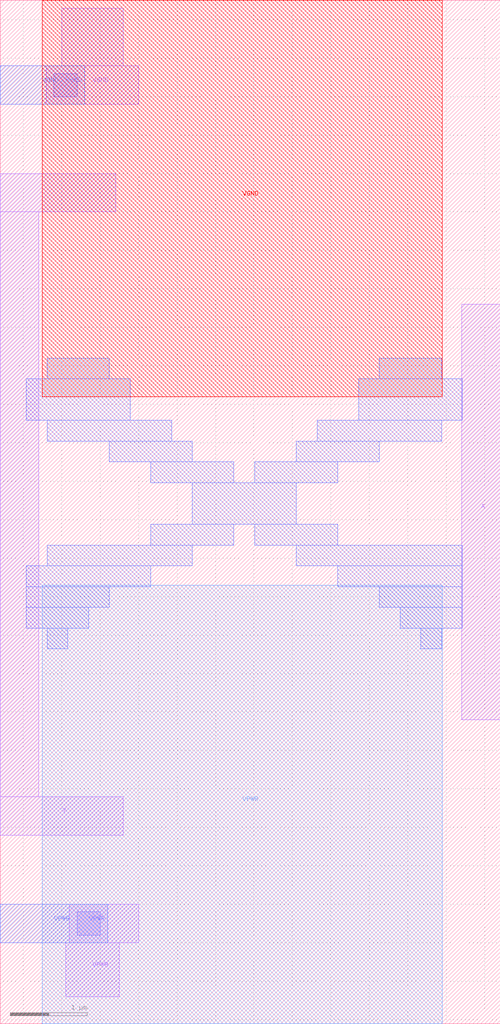
<source format=lef>
VERSION 5.7 ;
  NOWIREEXTENSIONATPIN ON ;
  DIVIDERCHAR "/" ;
  BUSBITCHARS "[]" ;
MACRO skullfet_inverter
  CLASS BLOCK ;
  FOREIGN skullfet_inverter ;
  ORIGIN -0.200 14.050 ;
  SIZE 6.500 BY 13.300 ;
  PIN VGND
    DIRECTION INOUT ;
    USE GROUND ;
    SHAPE ABUTMENT ;
    PORT
      LAYER pwell ;
        RECT 0.750 -5.900 5.950 -0.750 ;
      LAYER li1 ;
        RECT 1.000 -1.600 1.800 -0.850 ;
        RECT 0.800 -2.100 2.000 -1.600 ;
      LAYER mcon ;
        RECT 0.900 -2.000 1.200 -1.700 ;
      LAYER met1 ;
        RECT 0.200 -2.100 1.300 -1.600 ;
    END
  END VGND
  PIN VPWR
    DIRECTION INOUT ;
    USE POWER ;
    SHAPE ABUTMENT ;
    PORT
      LAYER nwell ;
        RECT 0.750 -14.050 5.950 -8.350 ;
      LAYER li1 ;
        RECT 1.100 -13.000 2.000 -12.500 ;
        RECT 1.050 -13.700 1.750 -13.000 ;
      LAYER mcon ;
        RECT 1.200 -12.900 1.500 -12.600 ;
      LAYER met1 ;
        RECT 0.200 -13.000 1.600 -12.500 ;
    END
  END VPWR
  PIN Y
    DIRECTION OUTPUT ;
    USE SIGNAL ;
    ANTENNADIFFAREA 12.700800 ;
    PORT
      LAYER li1 ;
        RECT 0.200 -3.500 1.700 -3.000 ;
        RECT 0.200 -11.100 0.700 -3.500 ;
        RECT 0.200 -11.600 1.800 -11.100 ;
    END
  END Y
  PIN A
    DIRECTION INPUT ;
    USE SIGNAL ;
    ANTENNAGATEAREA 3.240000 ;
    PORT
      LAYER li1 ;
        RECT 6.200 -10.100 6.700 -4.700 ;
    END
  END A
  OBS
      LAYER met1 ;
        RECT 0.810 -5.670 1.620 -5.400 ;
        RECT 5.130 -5.670 5.940 -5.400 ;
        RECT 0.540 -6.210 1.890 -5.670 ;
        RECT 4.860 -6.210 6.210 -5.670 ;
        RECT 0.810 -6.480 2.430 -6.210 ;
        RECT 4.320 -6.480 5.940 -6.210 ;
        RECT 1.620 -6.750 2.700 -6.480 ;
        RECT 4.050 -6.750 5.130 -6.480 ;
        RECT 2.160 -7.020 3.240 -6.750 ;
        RECT 3.510 -7.020 4.590 -6.750 ;
        RECT 2.700 -7.560 4.050 -7.020 ;
        RECT 2.160 -7.830 3.240 -7.560 ;
        RECT 3.510 -7.830 4.590 -7.560 ;
        RECT 0.810 -8.100 2.700 -7.830 ;
        RECT 4.050 -8.100 6.210 -7.830 ;
        RECT 0.540 -8.370 2.160 -8.100 ;
        RECT 4.590 -8.370 6.210 -8.100 ;
        RECT 0.540 -8.640 1.620 -8.370 ;
        RECT 5.130 -8.640 6.210 -8.370 ;
        RECT 0.540 -8.910 1.350 -8.640 ;
        RECT 5.400 -8.910 6.210 -8.640 ;
        RECT 0.810 -9.180 1.080 -8.910 ;
        RECT 5.670 -9.180 5.940 -8.910 ;
  END
END skullfet_inverter
END LIBRARY


</source>
